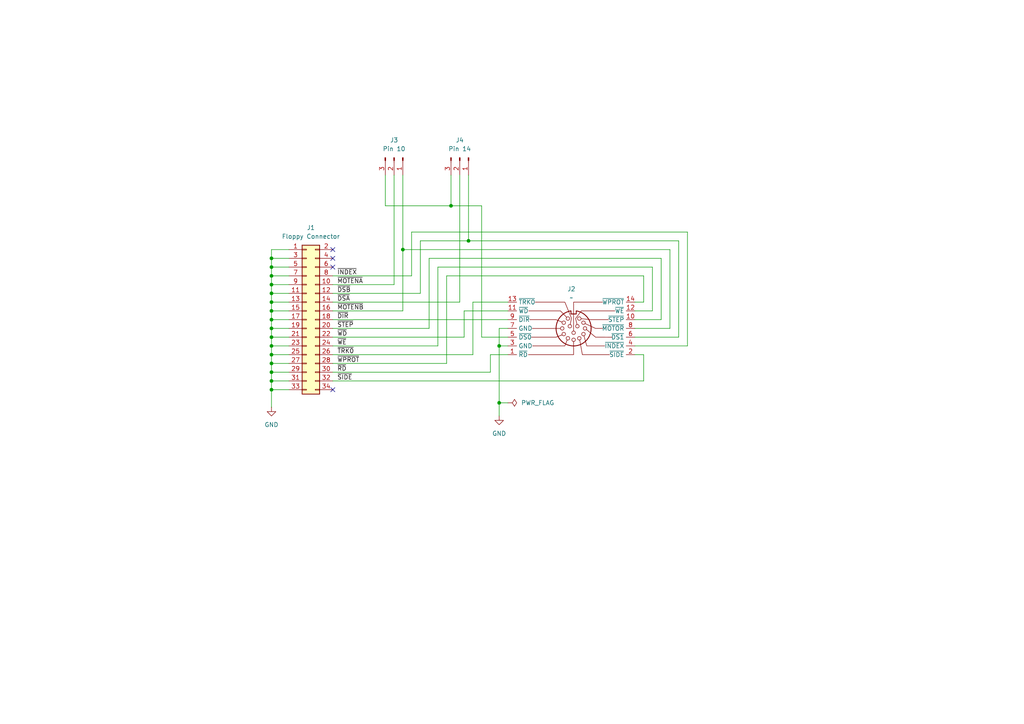
<source format=kicad_sch>
(kicad_sch (version 20250114) (generator "eeschema") (generator_version "9.0")
  (paper "A4")
  (title_block (title "Atari ST Floppy Adapter") (date "2025-07-11") (rev "1.0") (company "Patrick Dähne CC BY-NC-SA 4.0"))
  (lib_symbols
    (symbol "Atari:Floppy_Connector"
      (property "Reference" "J" (at -0.254 9.906 0))
      (symbol "Floppy_Connector_0_1"
        (polyline (pts (xy -13.1341 -7.6199) (xy 0 -7.62) (xy 0 -3.81)))
        (polyline (pts (xy -13.0457 5.0735) (xy -3.81 5.08) (xy -2.0561 3.2474)))
        (polyline (pts (xy -12.7386 2.5399) (xy -5.08 2.54) (xy -3.4261 1.8428)))
        (polyline (pts (xy -12.2292 -2.5399) (xy -5.08 -2.54) (xy -3.3897 -1.8916)))
        (polyline (pts (xy -12.0217 -0.0204) (xy -3.8631 -0.0132)))
        (polyline (pts (xy -11.9032 -5.0743) (xy -2.54 -5.08) (xy -1.8675 -3.3738)))
        (polyline (pts (xy -11.165 7.62) (xy -2.54 7.62) (xy -0.6195 2.9495) (xy -0.9808 1.1598)))
        (circle (center -3.302 0) (radius 0.508))
        (circle (center -2.8595 1.651) (radius 0.508))
        (circle (center -2.8595 -1.651) (radius 0.508))
        (circle (center -1.651 2.8595) (radius 0.508))
        (circle (center -1.651 -2.8595) (radius 0.508))
        (circle (center -1.0998 0.635) (radius 0.508))
        (polyline (pts (xy -0.762 4.953) (xy -0.762 4.191) (xy 0.762 4.191) (xy 0.762 4.953)) (stroke (width 0.254)))
        (arc (start 0.762 5.08) (mid 3.8673 3.3444) (end 5.08 0) (stroke (width 0.254)))
        (arc (start 5.08 0) (mid 0 -5.0579) (end -5.08 0) (stroke (width 0.254)))
        (circle (center 0 -1.27) (radius 0.508))
        (circle (center 0 -3.302) (radius 0.508))
        (arc (start -5.08 0) (mid -3.8597 3.3379) (end -0.762 5.08) (stroke (width 0.254)))
        (circle (center 1.0998 0.635) (radius 0.508))
        (circle (center 1.651 2.8595) (radius 0.508))
        (circle (center 1.651 -2.8595) (radius 0.508))
        (circle (center 2.8595 1.651) (radius 0.508))
        (circle (center 2.8595 -1.651) (radius 0.508))
        (circle (center 3.302 0) (radius 0.508))
        (polyline (pts (xy 8.3915 7.62) (xy 0 7.62) (xy -0.0138 -0.7157)))
        (polyline (pts (xy 8.3979 0.0057) (xy 6.35 0) (xy 3.3542 1.3865)))
        (polyline (pts (xy 9.0591 -5.08) (xy 3.81 -5.08) (xy 3.0175 -2.1919)))
        (polyline (pts (xy 10.1221 2.5472) (xy 5.08 2.54) (xy 2.2103 2.8036)))
        (polyline (pts (xy 10.4338 -7.6179) (xy 2.54 -7.62) (xy 1.779 -3.3721)))
        (polyline (pts (xy 11.2263 -2.551) (xy 6.35 -2.54) (xy 3.7462 -0.3399)))
        (polyline (pts (xy 11.9745 5.08) (xy 2.2423 5.0799) (xy 0.5712 2.8729) (xy 0.9811 1.1855)))
      )
      (symbol "Floppy_Connector_1_1"
        (pin passive line (at -19.05 7.62 0) (length 2.54) (name "~{TRK0}") (number "13"))
        (pin passive line (at -19.05 5.08 0) (length 2.54) (name "~{WD}") (number "11"))
        (pin passive line (at -19.05 2.54 0) (length 2.54) (name "~{DIR}") (number "9"))
        (pin passive line (at -19.05 0 0) (length 2.54) (name "GND") (number "7"))
        (pin passive line (at -19.05 -2.54 0) (length 2.54) (name "~{DS0}") (number "5"))
        (pin passive line (at -19.05 -5.08 0) (length 2.54) (name "GND") (number "3"))
        (pin passive line (at -19.05 -7.62 0) (length 2.54) (name "~{RD}") (number "1"))
        (pin passive line (at 17.78 7.62 180) (length 2.54) (name "~{WPROT}") (number "14"))
        (pin passive line (at 17.78 5.08 180) (length 2.54) (name "~{WE}") (number "12"))
        (pin passive line (at 17.78 2.54 180) (length 2.54) (name "~{STEP}") (number "10"))
        (pin passive line (at 17.78 0 180) (length 2.54) (name "~{MOTOR}") (number "8"))
        (pin passive line (at 17.78 -2.54 180) (length 2.54) (name "~{DS1}") (number "6"))
        (pin passive line (at 17.78 -5.08 180) (length 2.54) (name "~{INDEX}") (number "4"))
        (pin passive line (at 17.78 -7.62 180) (length 2.54) (name "~{SIDE}") (number "2"))
      )
    )
    (symbol "Connector:Conn_01x03_Pin" (pin_names (offset 1.016) (hide yes))
      (property "Reference" "J" (at 0 5.08 0))
      (property "Value" "Conn_01x03_Pin" (at 0 -5.08 0))
      (symbol "Conn_01x03_Pin_1_1"
        (rectangle (start 0.8636 2.667) (end 0 2.413) (stroke (width 0.1524)) (fill (type outline)))
        (rectangle (start 0.8636 0.127) (end 0 -0.127) (stroke (width 0.1524)) (fill (type outline)))
        (rectangle (start 0.8636 -2.413) (end 0 -2.667) (stroke (width 0.1524)) (fill (type outline)))
        (polyline (pts (xy 1.27 2.54) (xy 0.8636 2.54)) (stroke (width 0.1524)))
        (polyline (pts (xy 1.27 0) (xy 0.8636 0)) (stroke (width 0.1524)))
        (polyline (pts (xy 1.27 -2.54) (xy 0.8636 -2.54)) (stroke (width 0.1524)))
        (pin passive line (at 5.08 2.54 180) (length 3.81) (name "Pin_1") (number "1"))
        (pin passive line (at 5.08 0 180) (length 3.81) (name "Pin_2") (number "2"))
        (pin passive line (at 5.08 -2.54 180) (length 3.81) (name "Pin_3") (number "3"))
      )
    )
    (symbol "Connector_Generic:Conn_02x17_Odd_Even" (pin_names (offset 1.016) (hide yes))
      (property "Reference" "J" (at 1.27 22.86 0))
      (property "Value" "Conn_02x17_Odd_Even" (at 1.27 -22.86 0))
      (symbol "Conn_02x17_Odd_Even_1_1"
        (rectangle (start -1.27 21.59) (end 3.81 -21.59) (stroke (width 0.254)) (fill (type background)))
        (rectangle (start -1.27 20.447) (end 0 20.193) (stroke (width 0.1524)))
        (rectangle (start -1.27 17.907) (end 0 17.653) (stroke (width 0.1524)))
        (rectangle (start -1.27 15.367) (end 0 15.113) (stroke (width 0.1524)))
        (rectangle (start -1.27 12.827) (end 0 12.573) (stroke (width 0.1524)))
        (rectangle (start -1.27 10.287) (end 0 10.033) (stroke (width 0.1524)))
        (rectangle (start -1.27 7.747) (end 0 7.493) (stroke (width 0.1524)))
        (rectangle (start -1.27 5.207) (end 0 4.953) (stroke (width 0.1524)))
        (rectangle (start -1.27 2.667) (end 0 2.413) (stroke (width 0.1524)))
        (rectangle (start -1.27 0.127) (end 0 -0.127) (stroke (width 0.1524)))
        (rectangle (start -1.27 -2.413) (end 0 -2.667) (stroke (width 0.1524)))
        (rectangle (start -1.27 -4.953) (end 0 -5.207) (stroke (width 0.1524)))
        (rectangle (start -1.27 -7.493) (end 0 -7.747) (stroke (width 0.1524)))
        (rectangle (start -1.27 -10.033) (end 0 -10.287) (stroke (width 0.1524)))
        (rectangle (start -1.27 -12.573) (end 0 -12.827) (stroke (width 0.1524)))
        (rectangle (start -1.27 -15.113) (end 0 -15.367) (stroke (width 0.1524)))
        (rectangle (start -1.27 -17.653) (end 0 -17.907) (stroke (width 0.1524)))
        (rectangle (start -1.27 -20.193) (end 0 -20.447) (stroke (width 0.1524)))
        (rectangle (start 3.81 20.447) (end 2.54 20.193) (stroke (width 0.1524)))
        (rectangle (start 3.81 17.907) (end 2.54 17.653) (stroke (width 0.1524)))
        (rectangle (start 3.81 15.367) (end 2.54 15.113) (stroke (width 0.1524)))
        (rectangle (start 3.81 12.827) (end 2.54 12.573) (stroke (width 0.1524)))
        (rectangle (start 3.81 10.287) (end 2.54 10.033) (stroke (width 0.1524)))
        (rectangle (start 3.81 7.747) (end 2.54 7.493) (stroke (width 0.1524)))
        (rectangle (start 3.81 5.207) (end 2.54 4.953) (stroke (width 0.1524)))
        (rectangle (start 3.81 2.667) (end 2.54 2.413) (stroke (width 0.1524)))
        (rectangle (start 3.81 0.127) (end 2.54 -0.127) (stroke (width 0.1524)))
        (rectangle (start 3.81 -2.413) (end 2.54 -2.667) (stroke (width 0.1524)))
        (rectangle (start 3.81 -4.953) (end 2.54 -5.207) (stroke (width 0.1524)))
        (rectangle (start 3.81 -7.493) (end 2.54 -7.747) (stroke (width 0.1524)))
        (rectangle (start 3.81 -10.033) (end 2.54 -10.287) (stroke (width 0.1524)))
        (rectangle (start 3.81 -12.573) (end 2.54 -12.827) (stroke (width 0.1524)))
        (rectangle (start 3.81 -15.113) (end 2.54 -15.367) (stroke (width 0.1524)))
        (rectangle (start 3.81 -17.653) (end 2.54 -17.907) (stroke (width 0.1524)))
        (rectangle (start 3.81 -20.193) (end 2.54 -20.447) (stroke (width 0.1524)))
        (pin passive line (at -5.08 20.32 0) (length 3.81) (name "Pin_1") (number "1"))
        (pin passive line (at -5.08 17.78 0) (length 3.81) (name "Pin_3") (number "3"))
        (pin passive line (at -5.08 15.24 0) (length 3.81) (name "Pin_5") (number "5"))
        (pin passive line (at -5.08 12.7 0) (length 3.81) (name "Pin_7") (number "7"))
        (pin passive line (at -5.08 10.16 0) (length 3.81) (name "Pin_9") (number "9"))
        (pin passive line (at -5.08 7.62 0) (length 3.81) (name "Pin_11") (number "11"))
        (pin passive line (at -5.08 5.08 0) (length 3.81) (name "Pin_13") (number "13"))
        (pin passive line (at -5.08 2.54 0) (length 3.81) (name "Pin_15") (number "15"))
        (pin passive line (at -5.08 0 0) (length 3.81) (name "Pin_17") (number "17"))
        (pin passive line (at -5.08 -2.54 0) (length 3.81) (name "Pin_19") (number "19"))
        (pin passive line (at -5.08 -5.08 0) (length 3.81) (name "Pin_21") (number "21"))
        (pin passive line (at -5.08 -7.62 0) (length 3.81) (name "Pin_23") (number "23"))
        (pin passive line (at -5.08 -10.16 0) (length 3.81) (name "Pin_25") (number "25"))
        (pin passive line (at -5.08 -12.7 0) (length 3.81) (name "Pin_27") (number "27"))
        (pin passive line (at -5.08 -15.24 0) (length 3.81) (name "Pin_29") (number "29"))
        (pin passive line (at -5.08 -17.78 0) (length 3.81) (name "Pin_31") (number "31"))
        (pin passive line (at -5.08 -20.32 0) (length 3.81) (name "Pin_33") (number "33"))
        (pin passive line (at 7.62 20.32 180) (length 3.81) (name "Pin_2") (number "2"))
        (pin passive line (at 7.62 17.78 180) (length 3.81) (name "Pin_4") (number "4"))
        (pin passive line (at 7.62 15.24 180) (length 3.81) (name "Pin_6") (number "6"))
        (pin passive line (at 7.62 12.7 180) (length 3.81) (name "Pin_8") (number "8"))
        (pin passive line (at 7.62 10.16 180) (length 3.81) (name "Pin_10") (number "10"))
        (pin passive line (at 7.62 7.62 180) (length 3.81) (name "Pin_12") (number "12"))
        (pin passive line (at 7.62 5.08 180) (length 3.81) (name "Pin_14") (number "14"))
        (pin passive line (at 7.62 2.54 180) (length 3.81) (name "Pin_16") (number "16"))
        (pin passive line (at 7.62 0 180) (length 3.81) (name "Pin_18") (number "18"))
        (pin passive line (at 7.62 -2.54 180) (length 3.81) (name "Pin_20") (number "20"))
        (pin passive line (at 7.62 -5.08 180) (length 3.81) (name "Pin_22") (number "22"))
        (pin passive line (at 7.62 -7.62 180) (length 3.81) (name "Pin_24") (number "24"))
        (pin passive line (at 7.62 -10.16 180) (length 3.81) (name "Pin_26") (number "26"))
        (pin passive line (at 7.62 -12.7 180) (length 3.81) (name "Pin_28") (number "28"))
        (pin passive line (at 7.62 -15.24 180) (length 3.81) (name "Pin_30") (number "30"))
        (pin passive line (at 7.62 -17.78 180) (length 3.81) (name "Pin_32") (number "32"))
        (pin passive line (at 7.62 -20.32 180) (length 3.81) (name "Pin_34") (number "34"))
      )
    )
    (symbol "power:GND" (power) (pin_numbers (hide yes)) (pin_names (offset 0) (hide yes))
      (property "Value" "GND" (at 0 -3.81 0))
      (symbol "GND_0_1"
        (polyline (pts (xy 0 0) (xy 0 -1.27) (xy 1.27 -1.27) (xy 0 -2.54) (xy -1.27 -1.27) (xy 0 -1.27)))
      )
      (symbol "GND_1_1"
        (pin power_in line (at 0 0 270) (length 0) (name "~") (number "1"))
      )
    )
    (symbol "power:PWR_FLAG" (power) (pin_numbers (hide yes)) (pin_names (offset 0) (hide yes))
      (property "Value" "PWR_FLAG" (at 0 3.81 0))
      (symbol "PWR_FLAG_0_0"
        (pin power_out line (at 0 0 90) (length 0) (name "~") (number "1"))
      )
      (symbol "PWR_FLAG_0_1"
        (polyline (pts (xy 0 0) (xy 0 1.27) (xy -1.016 1.905) (xy 0 2.54) (xy 1.016 1.905) (xy 0 1.27)))
      )
    )
  )
  (junction (at 78.74 74.93))
  (junction (at 144.78 116.84))
  (junction (at 78.74 107.95))
  (junction (at 116.84 72.39))
  (junction (at 135.89 69.85))
  (junction (at 78.74 80.01))
  (junction (at 78.74 85.09))
  (junction (at 78.74 92.71))
  (junction (at 144.78 100.33))
  (junction (at 78.74 95.25))
  (junction (at 78.74 102.87))
  (junction (at 78.74 105.41))
  (junction (at 130.81 59.69))
  (junction (at 78.74 110.49))
  (junction (at 78.74 100.33))
  (junction (at 78.74 82.55))
  (junction (at 78.74 113.03))
  (junction (at 78.74 97.79))
  (junction (at 78.74 87.63))
  (junction (at 78.74 77.47))
  (junction (at 78.74 90.17))
  (no_connect (at 96.52 74.93))
  (no_connect (at 96.52 113.03))
  (no_connect (at 96.52 77.47))
  (no_connect (at 96.52 72.39))
  (wire (pts (xy 144.78 116.84) (xy 144.78 120.65)))
  (wire (pts (xy 147.32 95.25) (xy 144.78 95.25)))
  (wire (pts (xy 124.46 74.93) (xy 191.77 74.93)))
  (wire (pts (xy 78.74 95.25) (xy 83.82 95.25)))
  (wire (pts (xy 96.52 105.41) (xy 129.54 105.41)))
  (wire (pts (xy 96.52 85.09) (xy 121.92 85.09)))
  (wire (pts (xy 78.74 74.93) (xy 78.74 77.47)))
  (wire (pts (xy 144.78 100.33) (xy 144.78 116.84)))
  (wire (pts (xy 127 100.33) (xy 127 77.47)))
  (wire (pts (xy 78.74 95.25) (xy 78.74 97.79)))
  (wire (pts (xy 78.74 82.55) (xy 83.82 82.55)))
  (wire (pts (xy 96.52 102.87) (xy 137.16 102.87)))
  (wire (pts (xy 121.92 69.85) (xy 135.89 69.85)))
  (wire (pts (xy 142.24 107.95) (xy 142.24 102.87)))
  (wire (pts (xy 78.74 82.55) (xy 78.74 85.09)))
  (wire (pts (xy 96.52 80.01) (xy 119.38 80.01)))
  (wire (pts (xy 186.69 87.63) (xy 184.15 87.63)))
  (wire (pts (xy 78.74 107.95) (xy 78.74 110.49)))
  (wire (pts (xy 78.74 80.01) (xy 78.74 82.55)))
  (wire (pts (xy 130.81 50.8) (xy 130.81 59.69)))
  (wire (pts (xy 78.74 113.03) (xy 83.82 113.03)))
  (wire (pts (xy 78.74 97.79) (xy 78.74 100.33)))
  (wire (pts (xy 78.74 80.01) (xy 83.82 80.01)))
  (wire (pts (xy 139.7 59.69) (xy 130.81 59.69)))
  (wire (pts (xy 78.74 110.49) (xy 78.74 113.03)))
  (wire (pts (xy 96.52 107.95) (xy 142.24 107.95)))
  (wire (pts (xy 78.74 113.03) (xy 78.74 118.11)))
  (wire (pts (xy 78.74 102.87) (xy 83.82 102.87)))
  (wire (pts (xy 199.39 100.33) (xy 184.15 100.33)))
  (wire (pts (xy 194.31 95.25) (xy 184.15 95.25)))
  (wire (pts (xy 114.3 82.55) (xy 96.52 82.55)))
  (wire (pts (xy 78.74 90.17) (xy 83.82 90.17)))
  (wire (pts (xy 135.89 69.85) (xy 196.85 69.85)))
  (wire (pts (xy 121.92 85.09) (xy 121.92 69.85)))
  (wire (pts (xy 78.74 72.39) (xy 78.74 74.93)))
  (wire (pts (xy 83.82 72.39) (xy 78.74 72.39)))
  (wire (pts (xy 78.74 77.47) (xy 83.82 77.47)))
  (wire (pts (xy 142.24 102.87) (xy 147.32 102.87)))
  (wire (pts (xy 111.76 59.69) (xy 111.76 50.8)))
  (wire (pts (xy 116.84 90.17) (xy 116.84 72.39)))
  (wire (pts (xy 135.89 50.8) (xy 135.89 69.85)))
  (wire (pts (xy 191.77 74.93) (xy 191.77 92.71)))
  (wire (pts (xy 96.52 92.71) (xy 147.32 92.71)))
  (wire (pts (xy 184.15 102.87) (xy 186.69 102.87)))
  (wire (pts (xy 199.39 67.31) (xy 199.39 100.33)))
  (wire (pts (xy 129.54 105.41) (xy 129.54 80.01)))
  (wire (pts (xy 186.69 80.01) (xy 186.69 87.63)))
  (wire (pts (xy 78.74 102.87) (xy 78.74 105.41)))
  (wire (pts (xy 196.85 69.85) (xy 196.85 97.79)))
  (wire (pts (xy 78.74 74.93) (xy 83.82 74.93)))
  (wire (pts (xy 127 77.47) (xy 189.23 77.47)))
  (wire (pts (xy 78.74 77.47) (xy 78.74 80.01)))
  (wire (pts (xy 116.84 72.39) (xy 194.31 72.39)))
  (wire (pts (xy 189.23 77.47) (xy 189.23 90.17)))
  (wire (pts (xy 78.74 105.41) (xy 78.74 107.95)))
  (wire (pts (xy 78.74 92.71) (xy 83.82 92.71)))
  (wire (pts (xy 78.74 110.49) (xy 83.82 110.49)))
  (wire (pts (xy 78.74 85.09) (xy 78.74 87.63)))
  (wire (pts (xy 78.74 85.09) (xy 83.82 85.09)))
  (wire (pts (xy 119.38 80.01) (xy 119.38 67.31)))
  (wire (pts (xy 78.74 97.79) (xy 83.82 97.79)))
  (wire (pts (xy 78.74 87.63) (xy 83.82 87.63)))
  (wire (pts (xy 78.74 105.41) (xy 83.82 105.41)))
  (wire (pts (xy 133.35 87.63) (xy 133.35 50.8)))
  (wire (pts (xy 78.74 87.63) (xy 78.74 90.17)))
  (wire (pts (xy 144.78 100.33) (xy 147.32 100.33)))
  (wire (pts (xy 194.31 72.39) (xy 194.31 95.25)))
  (wire (pts (xy 96.52 97.79) (xy 134.62 97.79)))
  (wire (pts (xy 96.52 100.33) (xy 127 100.33)))
  (wire (pts (xy 186.69 110.49) (xy 186.69 102.87)))
  (wire (pts (xy 137.16 102.87) (xy 137.16 87.63)))
  (wire (pts (xy 129.54 80.01) (xy 186.69 80.01)))
  (wire (pts (xy 134.62 90.17) (xy 147.32 90.17)))
  (wire (pts (xy 189.23 90.17) (xy 184.15 90.17)))
  (wire (pts (xy 134.62 97.79) (xy 134.62 90.17)))
  (wire (pts (xy 96.52 90.17) (xy 116.84 90.17)))
  (wire (pts (xy 96.52 110.49) (xy 186.69 110.49)))
  (wire (pts (xy 196.85 97.79) (xy 184.15 97.79)))
  (wire (pts (xy 124.46 95.25) (xy 124.46 74.93)))
  (wire (pts (xy 144.78 95.25) (xy 144.78 100.33)))
  (wire (pts (xy 96.52 95.25) (xy 124.46 95.25)))
  (wire (pts (xy 78.74 100.33) (xy 83.82 100.33)))
  (wire (pts (xy 139.7 59.69) (xy 139.7 97.79)))
  (wire (pts (xy 119.38 67.31) (xy 199.39 67.31)))
  (wire (pts (xy 144.78 116.84) (xy 147.32 116.84)))
  (wire (pts (xy 78.74 100.33) (xy 78.74 102.87)))
  (wire (pts (xy 78.74 107.95) (xy 83.82 107.95)))
  (wire (pts (xy 130.81 59.69) (xy 111.76 59.69)))
  (wire (pts (xy 116.84 50.8) (xy 116.84 72.39)))
  (wire (pts (xy 78.74 92.71) (xy 78.74 95.25)))
  (wire (pts (xy 78.74 90.17) (xy 78.74 92.71)))
  (wire (pts (xy 191.77 92.71) (xy 184.15 92.71)))
  (wire (pts (xy 114.3 50.8) (xy 114.3 82.55)))
  (wire (pts (xy 137.16 87.63) (xy 147.32 87.63)))
  (wire (pts (xy 96.52 87.63) (xy 133.35 87.63)))
  (wire (pts (xy 139.7 97.79) (xy 147.32 97.79)))
  (label "~{WE}" (at 97.79 100.33 0))
  (label "~{RD}" (at 97.79 107.95 0))
  (label "~{DSB}" (at 97.79 85.09 0))
  (label "~{MOTENA}" (at 97.79 82.55 0))
  (label "~{INDEX}" (at 97.79 80.01 0))
  (label "~{WD}" (at 97.79 97.79 0))
  (label "~{TRK0}" (at 97.79 102.87 0))
  (label "~{WPROT}" (at 97.79 105.41 0))
  (label "~{DIR}" (at 97.79 92.71 0))
  (label "~{MOTENB}" (at 97.79 90.17 0))
  (label "~{SIDE}" (at 97.79 110.49 0))
  (label "~{STEP}" (at 97.79 95.25 0))
  (label "~{DSA}" (at 97.79 87.63 0))
  (symbol (lib_id "Connector_Generic:Conn_02x17_Odd_Even") (at 88.9 92.71 0) (unit 1)
    (property "Reference" "J1" (at 90.17 66.04 0))
    (property "Value" "Floppy Connector" (at 90.17 68.58 0))
    (property "Footprint" "Connector_IDC:IDC-Header_2x17_P2.54mm_Vertical" (effects (hide yes)))
    (property "Description" "Generic connector, double row, 02x17, odd/even pin numbering scheme (row 1 odd numbers, row 2 even numbers), script generated (kicad-library-utils/schlib/autogen/connector/)" (effects (hide yes)))
  )
  (symbol (lib_id "Atari:Floppy_Connector") (at 166.37 95.25 0) (unit 1)
    (property "Reference" "J2" (at 165.735 83.82 0))
    (property "Value" "~" (at 165.735 86.36 0))
    (property "Footprint" "Atari:Floppy Connector" (effects (hide yes)))
  )
  (symbol (lib_id "Connector:Conn_01x03_Pin") (at 133.35 45.72 270) (unit 1)
    (property "Reference" "J4" (at 133.35 40.64 90))
    (property "Value" "Pin 14" (at 133.35 43.18 90))
    (property "Footprint" "Connector_PinHeader_2.54mm:PinHeader_1x03_P2.54mm_Vertical" (effects (hide yes)))
    (property "Description" "Generic connector, single row, 01x03, script generated" (effects (hide yes)))
  )
  (symbol (lib_id "Connector:Conn_01x03_Pin") (at 114.3 45.72 270) (unit 1)
    (property "Reference" "J3" (at 114.3 40.64 90))
    (property "Value" "Pin 10" (at 114.3 43.18 90))
    (property "Footprint" "Connector_PinHeader_2.54mm:PinHeader_1x03_P2.54mm_Vertical" (effects (hide yes)))
    (property "Description" "Generic connector, single row, 01x03, script generated" (effects (hide yes)))
  )
  (symbol (lib_id "power:GND") (at 144.78 120.65 0) (unit 1)
    (property "Reference" "#PWR02" (effects (hide yes)))
    (property "Value" "GND" (at 144.78 125.73 0))
    (property "Description" "Power symbol creates a global label with name \"GND\" , ground" (effects (hide yes)))
  )
  (symbol (lib_id "power:PWR_FLAG") (at 147.32 116.84 270) (unit 1)
    (property "Reference" "#FLG01" (effects (hide yes)))
    (property "Value" "PWR_FLAG" (at 151.13 116.8399 90) (effects (justify left)))
    (property "Description" "Special symbol for telling ERC where power comes from" (effects (hide yes)))
  )
  (symbol (lib_id "power:GND") (at 78.74 118.11 0) (unit 1)
    (property "Reference" "#PWR01" (effects (hide yes)))
    (property "Value" "GND" (at 78.74 123.19 0))
    (property "Description" "Power symbol creates a global label with name \"GND\" , ground" (effects (hide yes)))
  )
)
</source>
